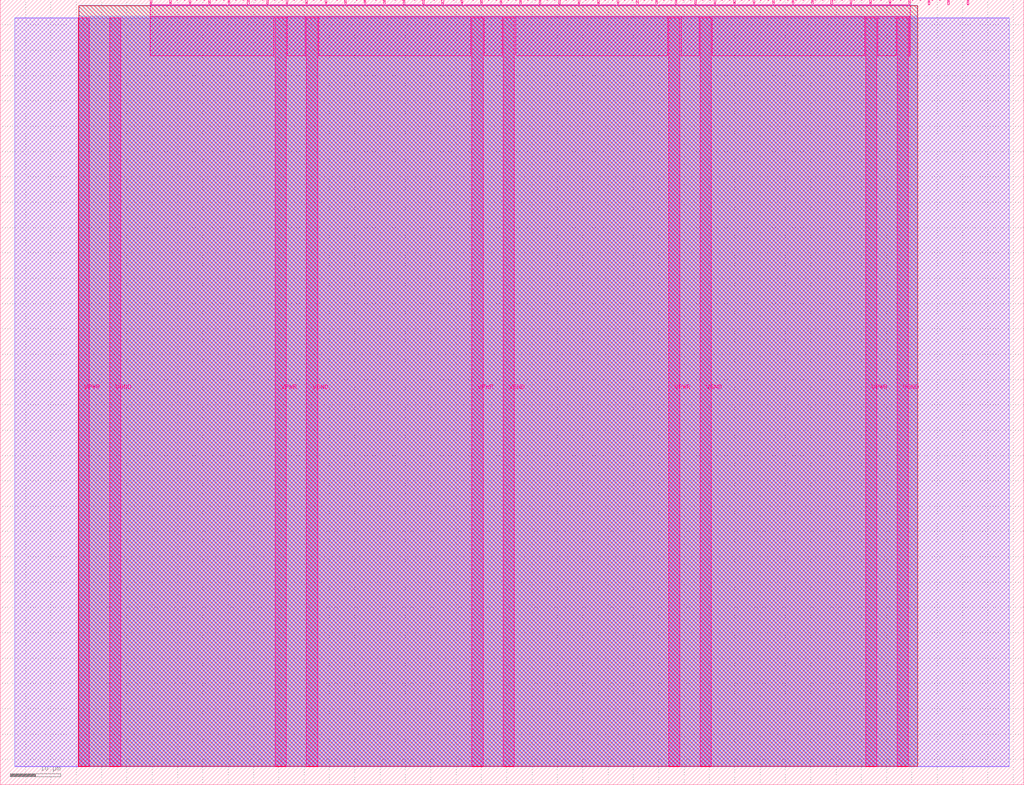
<source format=lef>
VERSION 5.7 ;
  NOWIREEXTENSIONATPIN ON ;
  DIVIDERCHAR "/" ;
  BUSBITCHARS "[]" ;
MACRO tt_um_hybrid_adder
  CLASS BLOCK ;
  FOREIGN tt_um_hybrid_adder ;
  ORIGIN 0.000 0.000 ;
  SIZE 202.080 BY 154.980 ;
  PIN VGND
    DIRECTION INOUT ;
    USE GROUND ;
    PORT
      LAYER Metal5 ;
        RECT 21.580 3.560 23.780 151.420 ;
    END
    PORT
      LAYER Metal5 ;
        RECT 60.450 3.560 62.650 151.420 ;
    END
    PORT
      LAYER Metal5 ;
        RECT 99.320 3.560 101.520 151.420 ;
    END
    PORT
      LAYER Metal5 ;
        RECT 138.190 3.560 140.390 151.420 ;
    END
    PORT
      LAYER Metal5 ;
        RECT 177.060 3.560 179.260 151.420 ;
    END
  END VGND
  PIN VPWR
    DIRECTION INOUT ;
    USE POWER ;
    PORT
      LAYER Metal5 ;
        RECT 15.380 3.560 17.580 151.420 ;
    END
    PORT
      LAYER Metal5 ;
        RECT 54.250 3.560 56.450 151.420 ;
    END
    PORT
      LAYER Metal5 ;
        RECT 93.120 3.560 95.320 151.420 ;
    END
    PORT
      LAYER Metal5 ;
        RECT 131.990 3.560 134.190 151.420 ;
    END
    PORT
      LAYER Metal5 ;
        RECT 170.860 3.560 173.060 151.420 ;
    END
  END VPWR
  PIN clk
    DIRECTION INPUT ;
    USE SIGNAL ;
    PORT
      LAYER Metal5 ;
        RECT 187.050 153.980 187.350 154.980 ;
    END
  END clk
  PIN ena
    DIRECTION INPUT ;
    USE SIGNAL ;
    PORT
      LAYER Metal5 ;
        RECT 190.890 153.980 191.190 154.980 ;
    END
  END ena
  PIN rst_n
    DIRECTION INPUT ;
    USE SIGNAL ;
    PORT
      LAYER Metal5 ;
        RECT 183.210 153.980 183.510 154.980 ;
    END
  END rst_n
  PIN ui_in[0]
    DIRECTION INPUT ;
    USE SIGNAL ;
    ANTENNAGATEAREA 0.180700 ;
    PORT
      LAYER Metal5 ;
        RECT 179.370 153.980 179.670 154.980 ;
    END
  END ui_in[0]
  PIN ui_in[1]
    DIRECTION INPUT ;
    USE SIGNAL ;
    ANTENNAGATEAREA 0.180700 ;
    PORT
      LAYER Metal5 ;
        RECT 175.530 153.980 175.830 154.980 ;
    END
  END ui_in[1]
  PIN ui_in[2]
    DIRECTION INPUT ;
    USE SIGNAL ;
    ANTENNAGATEAREA 0.180700 ;
    PORT
      LAYER Metal5 ;
        RECT 171.690 153.980 171.990 154.980 ;
    END
  END ui_in[2]
  PIN ui_in[3]
    DIRECTION INPUT ;
    USE SIGNAL ;
    ANTENNAGATEAREA 0.180700 ;
    PORT
      LAYER Metal5 ;
        RECT 167.850 153.980 168.150 154.980 ;
    END
  END ui_in[3]
  PIN ui_in[4]
    DIRECTION INPUT ;
    USE SIGNAL ;
    ANTENNAGATEAREA 0.180700 ;
    PORT
      LAYER Metal5 ;
        RECT 164.010 153.980 164.310 154.980 ;
    END
  END ui_in[4]
  PIN ui_in[5]
    DIRECTION INPUT ;
    USE SIGNAL ;
    ANTENNAGATEAREA 0.180700 ;
    PORT
      LAYER Metal5 ;
        RECT 160.170 153.980 160.470 154.980 ;
    END
  END ui_in[5]
  PIN ui_in[6]
    DIRECTION INPUT ;
    USE SIGNAL ;
    ANTENNAGATEAREA 0.180700 ;
    PORT
      LAYER Metal5 ;
        RECT 156.330 153.980 156.630 154.980 ;
    END
  END ui_in[6]
  PIN ui_in[7]
    DIRECTION INPUT ;
    USE SIGNAL ;
    ANTENNAGATEAREA 0.180700 ;
    PORT
      LAYER Metal5 ;
        RECT 152.490 153.980 152.790 154.980 ;
    END
  END ui_in[7]
  PIN uio_in[0]
    DIRECTION INPUT ;
    USE SIGNAL ;
    ANTENNAGATEAREA 0.180700 ;
    PORT
      LAYER Metal5 ;
        RECT 148.650 153.980 148.950 154.980 ;
    END
  END uio_in[0]
  PIN uio_in[1]
    DIRECTION INPUT ;
    USE SIGNAL ;
    ANTENNAGATEAREA 0.180700 ;
    PORT
      LAYER Metal5 ;
        RECT 144.810 153.980 145.110 154.980 ;
    END
  END uio_in[1]
  PIN uio_in[2]
    DIRECTION INPUT ;
    USE SIGNAL ;
    ANTENNAGATEAREA 0.180700 ;
    PORT
      LAYER Metal5 ;
        RECT 140.970 153.980 141.270 154.980 ;
    END
  END uio_in[2]
  PIN uio_in[3]
    DIRECTION INPUT ;
    USE SIGNAL ;
    ANTENNAGATEAREA 0.180700 ;
    PORT
      LAYER Metal5 ;
        RECT 137.130 153.980 137.430 154.980 ;
    END
  END uio_in[3]
  PIN uio_in[4]
    DIRECTION INPUT ;
    USE SIGNAL ;
    ANTENNAGATEAREA 0.180700 ;
    PORT
      LAYER Metal5 ;
        RECT 133.290 153.980 133.590 154.980 ;
    END
  END uio_in[4]
  PIN uio_in[5]
    DIRECTION INPUT ;
    USE SIGNAL ;
    ANTENNAGATEAREA 0.180700 ;
    PORT
      LAYER Metal5 ;
        RECT 129.450 153.980 129.750 154.980 ;
    END
  END uio_in[5]
  PIN uio_in[6]
    DIRECTION INPUT ;
    USE SIGNAL ;
    ANTENNAGATEAREA 0.180700 ;
    PORT
      LAYER Metal5 ;
        RECT 125.610 153.980 125.910 154.980 ;
    END
  END uio_in[6]
  PIN uio_in[7]
    DIRECTION INPUT ;
    USE SIGNAL ;
    ANTENNAGATEAREA 0.180700 ;
    PORT
      LAYER Metal5 ;
        RECT 121.770 153.980 122.070 154.980 ;
    END
  END uio_in[7]
  PIN uio_oe[0]
    DIRECTION OUTPUT ;
    USE SIGNAL ;
    ANTENNADIFFAREA 0.299200 ;
    PORT
      LAYER Metal5 ;
        RECT 56.490 153.980 56.790 154.980 ;
    END
  END uio_oe[0]
  PIN uio_oe[1]
    DIRECTION OUTPUT ;
    USE SIGNAL ;
    ANTENNADIFFAREA 0.299200 ;
    PORT
      LAYER Metal5 ;
        RECT 52.650 153.980 52.950 154.980 ;
    END
  END uio_oe[1]
  PIN uio_oe[2]
    DIRECTION OUTPUT ;
    USE SIGNAL ;
    ANTENNADIFFAREA 0.299200 ;
    PORT
      LAYER Metal5 ;
        RECT 48.810 153.980 49.110 154.980 ;
    END
  END uio_oe[2]
  PIN uio_oe[3]
    DIRECTION OUTPUT ;
    USE SIGNAL ;
    ANTENNADIFFAREA 0.299200 ;
    PORT
      LAYER Metal5 ;
        RECT 44.970 153.980 45.270 154.980 ;
    END
  END uio_oe[3]
  PIN uio_oe[4]
    DIRECTION OUTPUT ;
    USE SIGNAL ;
    ANTENNADIFFAREA 0.299200 ;
    PORT
      LAYER Metal5 ;
        RECT 41.130 153.980 41.430 154.980 ;
    END
  END uio_oe[4]
  PIN uio_oe[5]
    DIRECTION OUTPUT ;
    USE SIGNAL ;
    ANTENNADIFFAREA 0.299200 ;
    PORT
      LAYER Metal5 ;
        RECT 37.290 153.980 37.590 154.980 ;
    END
  END uio_oe[5]
  PIN uio_oe[6]
    DIRECTION OUTPUT ;
    USE SIGNAL ;
    ANTENNADIFFAREA 0.299200 ;
    PORT
      LAYER Metal5 ;
        RECT 33.450 153.980 33.750 154.980 ;
    END
  END uio_oe[6]
  PIN uio_oe[7]
    DIRECTION OUTPUT ;
    USE SIGNAL ;
    ANTENNADIFFAREA 0.299200 ;
    PORT
      LAYER Metal5 ;
        RECT 29.610 153.980 29.910 154.980 ;
    END
  END uio_oe[7]
  PIN uio_out[0]
    DIRECTION OUTPUT ;
    USE SIGNAL ;
    ANTENNADIFFAREA 0.299200 ;
    PORT
      LAYER Metal5 ;
        RECT 87.210 153.980 87.510 154.980 ;
    END
  END uio_out[0]
  PIN uio_out[1]
    DIRECTION OUTPUT ;
    USE SIGNAL ;
    ANTENNADIFFAREA 0.299200 ;
    PORT
      LAYER Metal5 ;
        RECT 83.370 153.980 83.670 154.980 ;
    END
  END uio_out[1]
  PIN uio_out[2]
    DIRECTION OUTPUT ;
    USE SIGNAL ;
    ANTENNADIFFAREA 0.299200 ;
    PORT
      LAYER Metal5 ;
        RECT 79.530 153.980 79.830 154.980 ;
    END
  END uio_out[2]
  PIN uio_out[3]
    DIRECTION OUTPUT ;
    USE SIGNAL ;
    ANTENNADIFFAREA 0.299200 ;
    PORT
      LAYER Metal5 ;
        RECT 75.690 153.980 75.990 154.980 ;
    END
  END uio_out[3]
  PIN uio_out[4]
    DIRECTION OUTPUT ;
    USE SIGNAL ;
    ANTENNADIFFAREA 0.299200 ;
    PORT
      LAYER Metal5 ;
        RECT 71.850 153.980 72.150 154.980 ;
    END
  END uio_out[4]
  PIN uio_out[5]
    DIRECTION OUTPUT ;
    USE SIGNAL ;
    ANTENNADIFFAREA 0.299200 ;
    PORT
      LAYER Metal5 ;
        RECT 68.010 153.980 68.310 154.980 ;
    END
  END uio_out[5]
  PIN uio_out[6]
    DIRECTION OUTPUT ;
    USE SIGNAL ;
    ANTENNADIFFAREA 0.299200 ;
    PORT
      LAYER Metal5 ;
        RECT 64.170 153.980 64.470 154.980 ;
    END
  END uio_out[6]
  PIN uio_out[7]
    DIRECTION OUTPUT ;
    USE SIGNAL ;
    ANTENNADIFFAREA 0.299200 ;
    PORT
      LAYER Metal5 ;
        RECT 60.330 153.980 60.630 154.980 ;
    END
  END uio_out[7]
  PIN uo_out[0]
    DIRECTION OUTPUT ;
    USE SIGNAL ;
    ANTENNADIFFAREA 0.654800 ;
    PORT
      LAYER Metal5 ;
        RECT 117.930 153.980 118.230 154.980 ;
    END
  END uo_out[0]
  PIN uo_out[1]
    DIRECTION OUTPUT ;
    USE SIGNAL ;
    ANTENNADIFFAREA 0.733200 ;
    PORT
      LAYER Metal5 ;
        RECT 114.090 153.980 114.390 154.980 ;
    END
  END uo_out[1]
  PIN uo_out[2]
    DIRECTION OUTPUT ;
    USE SIGNAL ;
    ANTENNADIFFAREA 0.733200 ;
    PORT
      LAYER Metal5 ;
        RECT 110.250 153.980 110.550 154.980 ;
    END
  END uo_out[2]
  PIN uo_out[3]
    DIRECTION OUTPUT ;
    USE SIGNAL ;
    ANTENNADIFFAREA 0.706400 ;
    PORT
      LAYER Metal5 ;
        RECT 106.410 153.980 106.710 154.980 ;
    END
  END uo_out[3]
  PIN uo_out[4]
    DIRECTION OUTPUT ;
    USE SIGNAL ;
    ANTENNADIFFAREA 0.654800 ;
    PORT
      LAYER Metal5 ;
        RECT 102.570 153.980 102.870 154.980 ;
    END
  END uo_out[4]
  PIN uo_out[5]
    DIRECTION OUTPUT ;
    USE SIGNAL ;
    ANTENNADIFFAREA 0.654800 ;
    PORT
      LAYER Metal5 ;
        RECT 98.730 153.980 99.030 154.980 ;
    END
  END uo_out[5]
  PIN uo_out[6]
    DIRECTION OUTPUT ;
    USE SIGNAL ;
    ANTENNADIFFAREA 0.654800 ;
    PORT
      LAYER Metal5 ;
        RECT 94.890 153.980 95.190 154.980 ;
    END
  END uo_out[6]
  PIN uo_out[7]
    DIRECTION OUTPUT ;
    USE SIGNAL ;
    ANTENNADIFFAREA 0.654800 ;
    PORT
      LAYER Metal5 ;
        RECT 91.050 153.980 91.350 154.980 ;
    END
  END uo_out[7]
  OBS
      LAYER GatPoly ;
        RECT 2.880 3.630 199.200 151.350 ;
      LAYER Metal1 ;
        RECT 2.880 3.560 199.200 151.420 ;
      LAYER Metal2 ;
        RECT 15.515 3.680 181.105 151.720 ;
      LAYER Metal3 ;
        RECT 15.560 3.635 181.060 153.865 ;
      LAYER Metal4 ;
        RECT 15.515 3.680 181.105 153.820 ;
      LAYER Metal5 ;
        RECT 30.120 153.770 33.240 153.980 ;
        RECT 33.960 153.770 37.080 153.980 ;
        RECT 37.800 153.770 40.920 153.980 ;
        RECT 41.640 153.770 44.760 153.980 ;
        RECT 45.480 153.770 48.600 153.980 ;
        RECT 49.320 153.770 52.440 153.980 ;
        RECT 53.160 153.770 56.280 153.980 ;
        RECT 57.000 153.770 60.120 153.980 ;
        RECT 60.840 153.770 63.960 153.980 ;
        RECT 64.680 153.770 67.800 153.980 ;
        RECT 68.520 153.770 71.640 153.980 ;
        RECT 72.360 153.770 75.480 153.980 ;
        RECT 76.200 153.770 79.320 153.980 ;
        RECT 80.040 153.770 83.160 153.980 ;
        RECT 83.880 153.770 87.000 153.980 ;
        RECT 87.720 153.770 90.840 153.980 ;
        RECT 91.560 153.770 94.680 153.980 ;
        RECT 95.400 153.770 98.520 153.980 ;
        RECT 99.240 153.770 102.360 153.980 ;
        RECT 103.080 153.770 106.200 153.980 ;
        RECT 106.920 153.770 110.040 153.980 ;
        RECT 110.760 153.770 113.880 153.980 ;
        RECT 114.600 153.770 117.720 153.980 ;
        RECT 118.440 153.770 121.560 153.980 ;
        RECT 122.280 153.770 125.400 153.980 ;
        RECT 126.120 153.770 129.240 153.980 ;
        RECT 129.960 153.770 133.080 153.980 ;
        RECT 133.800 153.770 136.920 153.980 ;
        RECT 137.640 153.770 140.760 153.980 ;
        RECT 141.480 153.770 144.600 153.980 ;
        RECT 145.320 153.770 148.440 153.980 ;
        RECT 149.160 153.770 152.280 153.980 ;
        RECT 153.000 153.770 156.120 153.980 ;
        RECT 156.840 153.770 159.960 153.980 ;
        RECT 160.680 153.770 163.800 153.980 ;
        RECT 164.520 153.770 167.640 153.980 ;
        RECT 168.360 153.770 171.480 153.980 ;
        RECT 172.200 153.770 175.320 153.980 ;
        RECT 176.040 153.770 179.160 153.980 ;
        RECT 29.660 151.630 179.620 153.770 ;
        RECT 29.660 143.915 54.040 151.630 ;
        RECT 56.660 143.915 60.240 151.630 ;
        RECT 62.860 143.915 92.910 151.630 ;
        RECT 95.530 143.915 99.110 151.630 ;
        RECT 101.730 143.915 131.780 151.630 ;
        RECT 134.400 143.915 137.980 151.630 ;
        RECT 140.600 143.915 170.650 151.630 ;
        RECT 173.270 143.915 176.850 151.630 ;
        RECT 179.470 143.915 179.620 151.630 ;
  END
END tt_um_hybrid_adder
END LIBRARY


</source>
